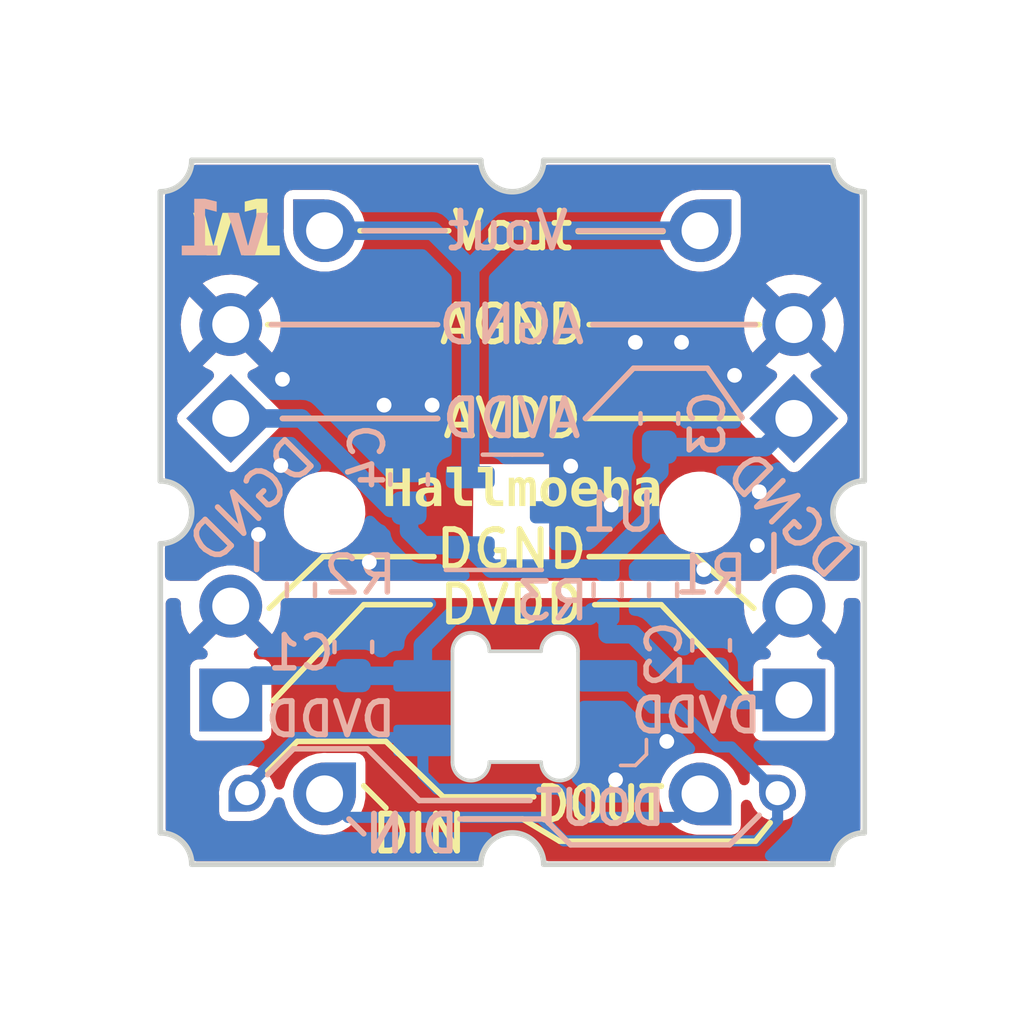
<source format=kicad_pcb>
(kicad_pcb (version 20221018) (generator pcbnew)
  (title_block (title "Hallmoeba") (comment 3 "Licensed under CERN-OHL-S v2 or later") (comment 4 "Copyright 2023 gamaPhy"))
  (layers (0 "F.Cu" power) (31 "B.Cu" mixed) (34 "B.Paste" user) (35 "F.Paste" user) (36 "B.SilkS" user "B.Silkscreen") (37 "F.SilkS" user "F.Silkscreen") (38 "B.Mask" user) (39 "F.Mask" user) (44 "Edge.Cuts" user))
  (net 0 "")
  (net 1 "GNDA")
  (net 2 "VDDA")
  (net 3 "GNDD")
  (net 4 "VDD")
  (net 5 "LED_IN")
  (net 6 "LED_OUT")
  (net 7 "Vout")
  (footprint "Button_Switch_Keyboard:SW_Lekker_MX_1.00u_PCB" (layer "F.Cu") (at 109.22 101.6 180)
    (fp_text reference "SW" hide)
    (fp_text value "SW_Lekker_MX_1.00u_PCB")
    (pad "" np_thru_hole circle (at -5.08 0 180) (size 1.7 1.7) (drill 1.7) (layers "*.Cu" "*.Mask"))
    (pad "" np_thru_hole circle (at 5.08 0 180) (size 1.7 1.7) (drill 1.7) (layers "*.Cu" "*.Mask"))
  )
  (footprint "Resistor_SMD:R_0402_1005Metric_Pad0.72x0.64mm_HandSolder" (layer "B.Cu") (at 103.5 103.7 90)
    (fp_text reference "R2" (at 0.4 1.6) (layer "B.SilkS") (effects (justify mirror)))
    (fp_text value "R")
    (fp_line (start -0.167621 -0.38) (end 0.167621 -0.38) (stroke (width 0.12)) (layer "B.SilkS"))
    (fp_line (start -0.167621 0.38) (end 0.167621 0.38) (stroke (width 0.12)) (layer "B.SilkS"))
    (pad "1" smd roundrect (at -0.5975 0 90) (size 0.715 0.64) (layers "B.Cu" "B.Paste" "B.Mask") (net 3 "GNDD"))
    (pad "2" smd roundrect (at 0.5975 0 90) (size 0.715 0.64) (layers "B.Cu" "B.Paste" "B.Mask") (net 1 "GNDA"))
  )
  (footprint "Connector_PinHeader_2.54mm:PinHeader_1x01_P2.54mm_Vertical" (layer "B.Cu") (at 114.3 93.98 90)
    (fp_text reference "J9" hide)
    (fp_text value "Conn_01x01_Pin")
    (pad "1" thru_hole custom (at 0 0 90) (size 1.7 1.7) (drill 1) (layers "*.Cu" "*.Mask") (net 7 "Vout") (options (clearance outline) (anchor circle)) (primitives (gr_poly (pts (xy 0.85 0) (xy 0 0.85) (xy 0.85 0.85)) (width 0) (fill yes))))
  )
  (footprint "Connector_PinHeader_2.54mm:PinHeader_1x01_P2.54mm_Vertical" (layer "B.Cu") (at 116.84 99.06 180)
    (fp_text reference "J6" hide)
    (fp_text value "Conn_01x01_Pin")
    (pad "1" thru_hole rect (at 0 0 135) (size 1.7 1.7) (drill 1) (layers "*.Cu" "*.Mask") (net 2 "VDDA"))
  )
  (footprint "Connector_PinHeader_2.54mm:PinHeader_1x01_P2.54mm_Vertical" (layer "B.Cu") (at 101.6 106.68 180)
    (fp_text reference "J2" hide)
    (fp_text value "Conn_01x01_Pin")
    (pad "1" thru_hole rect (at 0 0 180) (size 1.7 1.7) (drill 1) (layers "*.Cu" "*.Mask") (net 4 "VDD"))
  )
  (footprint "Resistor_SMD:R_0402_1005Metric_Pad0.72x0.64mm_HandSolder" (layer "B.Cu") (at 113.3 103.7 90)
    (fp_text reference "R1" (at 0.4 1.3) (layer "B.SilkS") (effects (justify mirror)))
    (fp_text value "R")
    (fp_line (start -0.167621 -0.38) (end 0.167621 -0.38) (stroke (width 0.12)) (layer "B.SilkS"))
    (fp_line (start -0.167621 0.38) (end 0.167621 0.38) (stroke (width 0.12)) (layer "B.SilkS"))
    (pad "1" smd roundrect (at -0.5975 0 90) (size 0.715 0.64) (layers "B.Cu" "B.Paste" "B.Mask") (net 3 "GNDD"))
    (pad "2" smd roundrect (at 0.5975 0 90) (size 0.715 0.64) (layers "B.Cu" "B.Paste" "B.Mask") (net 1 "GNDA"))
  )
  (footprint "Resistor_SMD:R_0402_1005Metric_Pad0.72x0.64mm_HandSolder" (layer "B.Cu") (at 111.8 103.7 90)
    (fp_text reference "R3" (at -0.3 -1.5) (layer "B.SilkS") (effects (justify mirror)))
    (fp_text value "R")
    (fp_line (start -0.167621 -0.38) (end 0.167621 -0.38) (stroke (width 0.12)) (layer "B.SilkS"))
    (fp_line (start -0.167621 0.38) (end 0.167621 0.38) (stroke (width 0.12)) (layer "B.SilkS"))
    (pad "1" smd roundrect (at -0.5975 0 90) (size 0.715 0.64) (layers "B.Cu" "B.Paste" "B.Mask") (net 4 "VDD"))
    (pad "2" smd roundrect (at 0.5975 0 90) (size 0.715 0.64) (layers "B.Cu" "B.Paste" "B.Mask") (net 2 "VDDA"))
  )
  (footprint "Connector_PinHeader_2.54mm:PinHeader_1x01_P2.54mm_Vertical" (layer "B.Cu") (at 101.6 104.14 180)
    (fp_text reference "J8" hide)
    (fp_text value "Conn_01x01_Pin")
    (pad "1" thru_hole circle (at 0 0 180) (size 1.7 1.7) (drill 1) (layers "*.Cu" "*.Mask") (net 3 "GNDD"))
  )
  (footprint "Connector_PinHeader_2.54mm:PinHeader_1x01_P2.54mm_Vertical" (layer "B.Cu") (at 114.3 109.22 180)
    (fp_text reference "J12" hide)
    (fp_text value "Conn_01x01_Pin")
    (pad "1" thru_hole custom (at 0 0 180) (size 1.7 1.7) (drill 1) (layers "*.Cu" "*.Mask") (net 6 "LED_OUT") (options (clearance outline) (anchor circle)) (primitives (gr_poly (pts (xy -0.85 0) (xy 0 -0.85) (xy -0.85 -0.85)) (width 0) (fill yes))))
  )
  (footprint "Capacitor_SMD:C_0603_1608Metric" (layer "B.Cu") (at 113.2 99.06 -90)
    (fp_text reference "C3" (at 0.14 -1.3 90) (layer "B.SilkS") (effects (font (size 0.9 0.9)) (justify mirror)))
    (fp_text value "10u")
    (fp_line (start -0.14058 -0.51) (end 0.14058 -0.51) (stroke (width 0.12)) (layer "B.SilkS"))
    (fp_line (start -0.14058 0.51) (end 0.14058 0.51) (stroke (width 0.12)) (layer "B.SilkS"))
    (pad "1" smd roundrect (at -0.775 0 270) (size 0.9 0.95) (layers "B.Cu" "B.Paste" "B.Mask") (net 1 "GNDA"))
    (pad "2" smd roundrect (at 0.775 0 270) (size 0.9 0.95) (layers "B.Cu" "B.Paste" "B.Mask") (net 2 "VDDA"))
  )
  (footprint "Connector_PinHeader_2.54mm:PinHeader_1x01_P2.54mm_Vertical" (layer "B.Cu") (at 101.6 96.52 180)
    (fp_text reference "J3" hide)
    (fp_text value "Conn_01x01_Pin")
    (pad "1" thru_hole circle (at 0 0 180) (size 1.7 1.7) (drill 1) (layers "*.Cu" "*.Mask") (net 1 "GNDA"))
  )
  (footprint "Connector_PinHeader_2.54mm:PinHeader_1x01_P2.54mm_Vertical" (layer "B.Cu") (at 101.6 99.06 180)
    (fp_text reference "J5" hide)
    (fp_text value "Conn_01x01_Pin")
    (pad "1" thru_hole rect (at 0 0 135) (size 1.7 1.7) (drill 1) (layers "*.Cu" "*.Mask") (net 2 "VDDA"))
  )
  (footprint "Connector_PinHeader_2.54mm:PinHeader_1x01_P2.54mm_Vertical" (layer "B.Cu") (at 116.84 106.68 180)
    (fp_text reference "J1" hide)
    (fp_text value "Conn_01x01_Pin")
    (pad "1" thru_hole rect (at 0 0 180) (size 1.7 1.7) (drill 1) (layers "*.Cu" "*.Mask") (net 4 "VDD"))
  )
  (footprint "prettylib:SK6812MINI_E" (layer "B.Cu") (at 109.3 106.9)
    (fp_text reference "D1" hide)
    (fp_text value "SK6812MINI-E")
    (fp_line (start 3.25 1.55) (end 2.85 1.55) (stroke (width 0.1)) (layer "B.SilkS"))
    (fp_line (start 3.25 1.55) (end 3.55 1.25) (stroke (width 0.1)) (layer "B.SilkS"))
    (fp_line (start 3.55 1.25) (end 3.55 0.85) (stroke (width 0.1)) (layer "B.SilkS"))
    (fp_line (start -1.7 1.46) (end -1.7 -1.54) (stroke (width 0.1)) (layer "Edge.Cuts"))
    (fp_line (start -0.7 -1.54) (end 0.7 -1.54) (stroke (width 0.1)) (layer "Edge.Cuts"))
    (fp_line (start -0.7 1.46) (end 0.7 1.46) (stroke (width 0.1)) (layer "Edge.Cuts"))
    (fp_line (start 1.7 -1.54) (end 1.7 1.46) (stroke (width 0.1)) (layer "Edge.Cuts"))
    (fp_arc (start -1.7 -1.54) (mid -1.2 -2.04) (end -0.7 -1.54) (stroke (width 0.1)) (layer "Edge.Cuts"))
    (fp_arc (start -0.7 1.46) (mid -1.2 1.96) (end -1.7 1.46) (stroke (width 0.1)) (layer "Edge.Cuts"))
    (fp_arc (start 0.7 -1.54) (mid 1.2 -2.04) (end 1.7 -1.54) (stroke (width 0.1)) (layer "Edge.Cuts"))
    (fp_arc (start 1.7 1.46) (mid 1.2 1.96) (end 0.7 1.46) (stroke (width 0.1)) (layer "Edge.Cuts"))
    (pad "1" smd roundrect (at -2.5 -0.875) (size 1.6 0.85) (layers "B.Cu" "B.Paste" "B.Mask") (roundrect_rratio 0.1176470588) (net 4 "VDD"))
    (pad "2" smd roundrect (at -2.5 0.875 180) (size 1.6 0.85) (layers "B.Cu" "B.Paste" "B.Mask") (roundrect_rratio 0.1176470588) (net 6 "LED_OUT"))
    (pad "3" smd roundrect (at 2.5 0.875 180) (size 1.6 0.85) (layers "B.Cu" "B.Paste" "B.Mask") (roundrect_rratio 0.1176470588) (net 3 "GNDD"))
    (pad "4" smd roundrect (at 2.5 -0.875) (size 1.6 0.85) (layers "B.Cu" "B.Paste" "B.Mask") (roundrect_rratio 0.1176470588) (net 5 "LED_IN"))
  )
  (footprint "Package_TO_SOT_SMD:SOT-23-3" (layer "B.Cu") (at 109.22 101.6)
    (fp_text reference "U1" (at 2.88 0) (layer "B.SilkS") (effects (justify mirror)))
    (fp_text value "SLSS49E")
    (fp_line (start 0 -1.56) (end -0.8 -1.56) (stroke (width 0.12)) (layer "B.SilkS"))
    (fp_line (start 0 -1.56) (end 0.8 -1.56) (stroke (width 0.12)) (layer "B.SilkS"))
    (fp_line (start 0 1.56) (end -1.8 1.56) (stroke (width 0.12)) (layer "B.SilkS"))
    (fp_line (start 0 1.56) (end 0.8 1.56) (stroke (width 0.12)) (layer "B.SilkS"))
    (pad "1" smd roundrect (at -1.1375 0.95) (size 1.325 0.6) (layers "B.Cu" "B.Paste" "B.Mask") (net 2 "VDDA"))
    (pad "2" smd roundrect (at -1.1375 -0.95) (size 1.325 0.6) (layers "B.Cu" "B.Paste" "B.Mask") (net 7 "Vout"))
    (pad "3" smd roundrect (at 1.1375 0) (size 1.325 0.6) (layers "B.Cu" "B.Paste" "B.Mask") (net 1 "GNDA"))
  )
  (footprint "Connector_PinHeader_2.54mm:PinHeader_1x01_P2.54mm_Vertical" (layer "B.Cu") (at 104.14 93.98 180)
    (fp_text reference "J10" hide)
    (fp_text value "Conn_01x01_Pin")
    (pad "1" thru_hole custom (at 0 0 180) (size 1.7 1.7) (drill 1) (layers "*.Cu" "*.Mask") (net 7 "Vout") (options (clearance outline) (anchor circle)) (primitives (gr_poly (pts (xy 0.85 0) (xy 0 0.85) (xy 0.85 0.85)) (width 0) (fill yes))))
  )
  (footprint "Connector_PinHeader_2.54mm:PinHeader_1x01_P2.54mm_Vertical" (layer "B.Cu") (at 116.84 104.14 180)
    (fp_text reference "J7" hide)
    (fp_text value "Conn_01x01_Pin")
    (pad "1" thru_hole circle (at 0 0 180) (size 1.7 1.7) (drill 1) (layers "*.Cu" "*.Mask") (net 3 "GNDD"))
  )
  (footprint "Connector_PinHeader_2.54mm:PinHeader_1x01_P2.54mm_Vertical" (layer "B.Cu") (at 104.14 109.22 90)
    (fp_text reference "J14" hide)
    (fp_text value "Conn_01x01_Pin")
    (pad "1" thru_hole custom (at 0 0 90) (size 1.7 1.7) (drill 1) (layers "*.Cu" "*.Mask") (net 5 "LED_IN") (options (clearance outline) (anchor circle)) (primitives (gr_poly (pts (xy 0.85 0) (xy 0 0.85) (xy 0.85 0.85)) (width 0) (fill yes))))
  )
  (footprint "Connector_PinHeader_1.27mm:PinHeader_1x01_P1.27mm_Vertical" (layer "B.Cu") (at 102.04 109.2 180)
    (fp_text reference "J11" hide)
    (fp_text value "Conn_01x01_Pin")
    (pad "1" thru_hole custom (at 0 0 180) (size 1 1) (drill 0.65) (layers "*.Cu" "*.Mask") (net 6 "LED_OUT") (options (clearance outline) (anchor circle)) (primitives (gr_poly (pts (xy 0.5 0) (xy 0 -0.5) (xy 0.5 -0.5)) (width 0) (fill yes))))
  )
  (footprint "Capacitor_SMD:C_0603_1608Metric" (layer "B.Cu") (at 114.6 105.2 -90)
    (fp_text reference "C2" (at 0.239805 1.268126 90) (layer "B.SilkS") (effects (font (size 0.9 0.9)) (justify mirror)))
    (fp_text value "10u")
    (fp_line (start -0.14058 -0.51) (end 0.14058 -0.51) (stroke (width 0.12)) (layer "B.SilkS"))
    (fp_line (start -0.14058 0.51) (end 0.14058 0.51) (stroke (width 0.12)) (layer "B.SilkS"))
    (pad "1" smd roundrect (at -0.775 0 270) (size 0.9 0.95) (layers "B.Cu" "B.Paste" "B.Mask") (net 3 "GNDD"))
    (pad "2" smd roundrect (at 0.775 0 270) (size 0.9 0.95) (layers "B.Cu" "B.Paste" "B.Mask") (net 4 "VDD"))
  )
  (footprint "Capacitor_SMD:C_0603_1608Metric" (layer "B.Cu") (at 106.426 100.711 -90)
    (fp_text reference "C4" (at -0.611 1.126 90) (layer "B.SilkS") (effects (font (size 0.9 0.9)) (justify mirror)))
    (fp_text value "100n")
    (fp_line (start -0.14058 -0.51) (end 0.14058 -0.51) (stroke (width 0.12)) (layer "B.SilkS"))
    (fp_line (start -0.14058 0.51) (end 0.14058 0.51) (stroke (width 0.12)) (layer "B.SilkS"))
    (pad "1" smd roundrect (at -0.775 0 270) (size 0.9 0.95) (layers "B.Cu" "B.Paste" "B.Mask") (net 1 "GNDA"))
    (pad "2" smd roundrect (at 0.775 0 270) (size 0.9 0.95) (layers "B.Cu" "B.Paste" "B.Mask") (net 2 "VDDA"))
  )
  (footprint "Capacitor_SMD:C_0603_1608Metric" (layer "B.Cu") (at 104.917511 105.243635 -90)
    (fp_text reference "C1" (at 0.156365 1.417511 180) (layer "B.SilkS") (effects (font (size 0.9 0.9)) (justify mirror)))
    (fp_text value "100n")
    (fp_line (start -0.14058 -0.51) (end 0.14058 -0.51) (stroke (width 0.12)) (layer "B.SilkS"))
    (fp_line (start -0.14058 0.51) (end 0.14058 0.51) (stroke (width 0.12)) (layer "B.SilkS"))
    (pad "1" smd roundrect (at -0.775 0 270) (size 0.9 0.95) (layers "B.Cu" "B.Paste" "B.Mask") (net 3 "GNDD"))
    (pad "2" smd roundrect (at 0.775 0 270) (size 0.9 0.95) (layers "B.Cu" "B.Paste" "B.Mask") (net 4 "VDD"))
  )
  (footprint "Connector_PinHeader_1.27mm:PinHeader_1x01_P1.27mm_Vertical" (layer "B.Cu") (at 116.4 109.2 180)
    (fp_text reference "J13" hide)
    (fp_text value "Conn_01x01_Pin")
    (pad "1" thru_hole custom (at 0 0 180) (size 1 1) (drill 0.65) (layers "*.Cu" "*.Mask") (net 5 "LED_IN") (options (clearance outline) (anchor circle)) (primitives (gr_poly (pts (xy 0.5 0) (xy 0 0.5) (xy 0.5 0.5)) (width 0) (fill yes))))
  )
  (footprint "Connector_PinHeader_2.54mm:PinHeader_1x01_P2.54mm_Vertical" (layer "B.Cu") (at 116.84 96.52 180)
    (fp_text reference "J4" hide)
    (fp_text value "Conn_01x01_Pin")
    (pad "1" thru_hole circle (at 0 0 180) (size 1.7 1.7) (drill 1) (layers "*.Cu" "*.Mask") (net 1 "GNDA"))
  )
  (gr_line (start 105.2 93.98) (end 107.4 93.98) (stroke (width 0.15)) (layer "B.SilkS"))
  (gr_line (start 115.1 110.6) (end 115.9 109.8) (stroke (width 0.15)) (layer "B.SilkS"))
  (gr_line (start 110.1 109.9) (end 110.8 110.6) (stroke (width 0.15)) (layer "B.SilkS"))
  (gr_line (start 112.5 97.7) (end 114.5 97.7) (stroke (width 0.15)) (layer "B.SilkS"))
  (gr_line (start 111.4 96.52) (end 115.8 96.52) (stroke (width 0.15)) (layer "B.SilkS"))
  (gr_line (start 106.7 109.4) (end 105.3 108) (stroke (width 0.15)) (layer "B.SilkS"))
  (gr_line (start 107.2 99.06) (end 103 99.06) (stroke (width 0.15)) (layer "B.SilkS"))
  (gr_line (start 105.2 110.3) (end 104.8 109.9) (stroke (width 0.15)) (layer "B.SilkS"))
  (gr_line (start 110.8 110.6) (end 115.1 110.6) (stroke (width 0.15)) (layer "B.SilkS"))
  (gr_line (start 116.3 103.2) (end 116.3 102.2) (stroke (width 0.15)) (layer "B.SilkS"))
  (gr_line (start 107.2 96.52) (end 102.7 96.52) (stroke (width 0.15)) (layer "B.SilkS"))
  (gr_line (start 103.3 108) (end 102.6 108.7) (stroke (width 0.15)) (layer "B.SilkS"))
  (gr_line (start 105.3 108) (end 103.3 108) (stroke (width 0.15)) (layer "B.SilkS"))
  (gr_line (start 102.3 103.15) (end 102.3 102.25) (stroke (width 0.15)) (layer "B.SilkS"))
  (gr_line (start 114.5 97.7) (end 115.4375 99.0375) (stroke (width 0.15)) (layer "B.SilkS"))
  (gr_line (start 109.7 109.4) (end 106.7 109.4) (stroke (width 0.15)) (layer "B.SilkS"))
  (gr_line (start 107.8 109.9) (end 110.1 109.9) (stroke (width 0.15)) (layer "B.SilkS"))
  (gr_line (start 111.2 99.06) (end 112.5 97.7) (stroke (width 0.15)) (layer "B.SilkS"))
  (gr_line (start 113.3 93.98) (end 111 93.98) (stroke (width 0.15)) (layer "B.SilkS"))
  (gr_line (start 115.4 99.06) (end 111.2 99.06) (stroke (width 0.15)) (layer "F.SilkS"))
  (gr_line (start 107.2 99.06) (end 103 99.06) (stroke (width 0.15)) (layer "F.SilkS"))
  (gr_line (start 109.5 109.9) (end 110.5 110.5) (stroke (width 0.15)) (layer "F.SilkS"))
  (gr_line (start 107.1 102.8) (end 104.1 102.8) (stroke (width 0.15)) (layer "F.SilkS"))
  (gr_line (start 110.5 110.5) (end 115.8 110.5) (stroke (width 0.15)) (layer "F.SilkS"))
  (gr_line (start 115.8 110.5) (end 116.2 110) (stroke (width 0.15)) (layer "F.SilkS"))
  (gr_line (start 105.2 104.1) (end 102.75 106.7) (stroke (width 0.15)) (layer "F.SilkS"))
  (gr_line (start 113.25 104.1) (end 115.7 106.7) (stroke (width 0.15)) (layer "F.SilkS"))
  (gr_line (start 114.2 102.8) (end 115.757424 104.196916) (stroke (width 0.15)) (layer "F.SilkS"))
  (gr_line (start 109.5 109.9) (end 107.9 109.9) (stroke (width 0.15)) (layer "F.SilkS"))
  (gr_line (start 107.1 96.52) (end 102.6 96.52) (stroke (width 0.15)) (layer "F.SilkS"))
  (gr_line (start 107.5 93.98) (end 105.1 93.98) (stroke (width 0.15)) (layer "F.SilkS"))
  (gr_line (start 107.35 109.3) (end 105.8 107.8) (stroke (width 0.15)) (layer "F.SilkS"))
  (gr_line (start 103.4 107.8) (end 102.6 108.6) (stroke (width 0.15)) (layer "F.SilkS"))
  (gr_line (start 105.2 104.1) (end 107 104.1) (stroke (width 0.15)) (layer "F.SilkS"))
  (gr_line (start 107.35 109.3) (end 109.8 109.3) (stroke (width 0.15)) (layer "F.SilkS"))
  (gr_line (start 111.45 104.1) (end 113.25 104.1) (stroke (width 0.15)) (layer "F.SilkS"))
  (gr_line (start 105.8 109.6) (end 105.2 109) (stroke (width 0.15)) (layer "F.SilkS"))
  (gr_line (start 111 94) (end 113.3 94) (stroke (width 0.15)) (layer "F.SilkS"))
  (gr_line (start 105.8 107.8) (end 103.4 107.8) (stroke (width 0.15)) (layer "F.SilkS"))
  (gr_line (start 104.1 102.8) (end 102.642576 104.196916) (stroke (width 0.15)) (layer "F.SilkS"))
  (gr_line (start 111.3 96.52) (end 115.9 96.52) (stroke (width 0.15)) (layer "F.SilkS"))
  (gr_line (start 111.3 102.8) (end 114.2 102.8) (stroke (width 0.15)) (layer "F.SilkS"))
  (gr_arc (start 110.07 92.075) (mid 109.22 92.925) (end 108.37 92.075) (stroke (width 0.15)) (layer "Edge.Cuts"))
  (gr_line (start 110.07 92.075) (end 117.895 92.075) (stroke (width 0.15)) (layer "Edge.Cuts"))
  (gr_arc (start 100.545 92.075) (mid 100.296041 92.676041) (end 99.695 92.925) (stroke (width 0.15)) (layer "Edge.Cuts"))
  (gr_arc (start 117.895 111.125) (mid 118.143959 110.523959) (end 118.745 110.275) (stroke (width 0.15)) (layer "Edge.Cuts"))
  (gr_arc (start 118.745 102.45) (mid 117.895 101.6) (end 118.745 100.75) (stroke (width 0.15)) (layer "Edge.Cuts"))
  (gr_line (start 100.545 92.075) (end 108.37 92.075) (stroke (width 0.15)) (layer "Edge.Cuts"))
  (gr_line (start 99.695 92.925) (end 99.695 100.75) (stroke (width 0.15)) (layer "Edge.Cuts"))
  (gr_line (start 108.37 111.125) (end 100.545 111.125) (stroke (width 0.15)) (layer "Edge.Cuts"))
  (gr_line (start 118.745 102.45) (end 118.745 110.275) (stroke (width 0.15)) (layer "Edge.Cuts"))
  (gr_line (start 118.745 92.925) (end 118.745 100.75) (stroke (width 0.15)) (layer "Edge.Cuts"))
  (gr_line (start 99.695 102.45) (end 99.695 110.275) (stroke (width 0.15)) (layer "Edge.Cuts"))
  (gr_arc (start 99.695 100.75) (mid 100.545 101.6) (end 99.695 102.45) (stroke (width 0.15)) (layer "Edge.Cuts"))
  (gr_line (start 117.895 111.125) (end 110.07 111.125) (stroke (width 0.15)) (layer "Edge.Cuts"))
  (gr_arc (start 108.37 111.125) (mid 109.22 110.275) (end 110.07 111.125) (stroke (width 0.15)) (layer "Edge.Cuts"))
  (gr_arc (start 99.695 110.275) (mid 100.296041 110.523959) (end 100.545 111.125) (stroke (width 0.15)) (layer "Edge.Cuts"))
  (gr_arc (start 118.745 92.925) (mid 118.143959 92.676041) (end 117.895 92.075) (stroke (width 0.15)) (layer "Edge.Cuts"))
  (gr_text "v1" (at 102.7 94.9) (layer "B.SilkS") (effects (font (size 1.5 1.5) (thickness 0.3) bold) (justify left bottom mirror)))
  (gr_text "DVDD" (at 114.2 107.1) (layer "B.SilkS") (effects (font (size 0.9 0.9) (thickness 0.16)) (justify mirror)))
  (gr_text "AGND\n" (at 109.2 96.52) (layer "B.SilkS") (effects (font (size 1 1) (thickness 0.16)) (justify mirror)))
  (gr_text "Vout" (at 109.1 93.98) (layer "B.SilkS") (effects (font (size 1 1) (thickness 0.16)) (justify mirror)))
  (gr_text "DOUT" (at 111.6 109.6) (layer "B.SilkS") (effects (font (size 0.9 0.9) (thickness 0.16)) (justify mirror)))
  (gr_text "DIN" (at 106.5 110.3) (layer "B.SilkS") (effects (font (size 1 1) (thickness 0.16)) (justify mirror)))
  (gr_text "DGND\n" (at 117.8 103.6 315) (layer "B.SilkS") (effects (font (size 1 1)) (justify left bottom mirror)))
  (gr_text "AVDD\n" (at 109.2 99.06) (layer "B.SilkS") (effects (font (size 1 1) (thickness 0.16)) (justify mirror)))
  (gr_text "DGND\n" (at 104.1 100.2 45) (layer "B.SilkS") (effects (font (size 1 1)) (justify left bottom mirror)))
  (gr_text "DVDD" (at 104.3 107.2) (layer "B.SilkS") (effects (font (size 0.9 0.9) (thickness 0.16)) (justify mirror)))
  (gr_text "AGND" (at 109.22 96.52) (layer "F.SilkS") (effects (font (size 1 1) (thickness 0.16))))
  (gr_text "DVDD" (at 109.2 104.1) (layer "F.SilkS") (effects (font (size 1 1) (thickness 0.16))))
  (gr_text "DGND\n" (at 109.2 102.6) (layer "F.SilkS") (effects (font (size 1 1) (thickness 0.16))))
  (gr_text "Hallmoeba" (at 105.7 101.6) (layer "F.SilkS") (effects (font (size 1 1) (thickness 0.25) bold) (justify left bottom)))
  (gr_text "v1" (at 100.5 94.9) (layer "F.SilkS") (effects (font (size 1.5 1.5) (thickness 0.25) bold) (justify left bottom)))
  (gr_text "DOUT" (at 111.6 109.5) (layer "F.SilkS") (effects (font (size 0.9 0.9) (thickness 0.16))))
  (gr_text "DIN" (at 106.7 110.3) (layer "F.SilkS") (effects (font (size 1 1) (thickness 0.16))))
  (gr_text "Vout" (at 109.22 93.98) (layer "F.SilkS") (effects (font (size 1 1) (thickness 0.16))))
  (gr_text "AVDD\n" (at 109.22 99.06) (layer "F.SilkS") (effects (font (size 1 1) (thickness 0.16))))
  (via (at 102.955369 100.333902) (size 0.8) (drill 0.4) (layers "F.Cu" "B.Cu") (net 1))
  (via (at 115.234759 97.893346) (size 0.8) (drill 0.4) (layers "F.Cu" "B.Cu") (net 1))
  (via (at 112.55 97) (size 0.8) (drill 0.4) (layers "F.Cu" "B.Cu") (net 1))
  (via (at 114.4 103.15) (size 0.8) (drill 0.4) (layers "F.Cu" "B.Cu") (net 1))
  (via (at 105.35 102.95) (size 0.8) (drill 0.4) (layers "F.Cu" "B.Cu") (net 1))
  (via (at 102.35 102.2) (size 0.8) (drill 0.4) (layers "F.Cu" "B.Cu") (net 1))
  (via (at 103 98) (size 0.8) (drill 0.4) (layers "F.Cu" "B.Cu") (net 1))
  (via (at 111.9 101.4) (size 0.8) (drill 0.4) (layers "F.Cu" "B.Cu") (net 1))
  (via (at 113.8 97) (size 0.8) (drill 0.4) (layers "F.Cu" "B.Cu") (net 1))
  (via (at 105.75 98.7) (size 0.8) (drill 0.4) (layers "F.Cu" "B.Cu") (net 1))
  (via (at 107.05 98.7) (size 0.8) (drill 0.4) (layers "F.Cu" "B.Cu") (net 1))
  (via (at 115.85 102.5) (size 0.8) (drill 0.4) (layers "F.Cu" "B.Cu") (net 1))
  (via (at 110.8 100.35) (size 0.8) (drill 0.4) (layers "F.Cu" "B.Cu") (net 1))
  (via (at 115.902356 101.045275) (size 0.8) (drill 0.4) (layers "F.Cu" "B.Cu") (net 1))
  (segment (start 113.2 100.5) (end 112.95 100.75) (width 0.5) (layer "B.Cu") (net 2))
  (segment (start 108.0825 102.55) (end 108.6565 103.124) (width 0.5) (layer "B.Cu") (net 2))
  (segment (start 105.935188 101.486) (end 106.426 101.486) (width 0.5) (layer "B.Cu") (net 2))
  (segment (start 106.426 102.108) (end 106.807 102.489) (width 0.5) (layer "B.Cu") (net 2))
  (segment (start 106.807 102.489) (end 108.0215 102.489) (width 0.5) (layer "B.Cu") (net 2))
  (segment (start 108.0215 102.489) (end 108.0825 102.55) (width 0.5) (layer "B.Cu") (net 2))
  (segment (start 106.426 101.486) (end 106.426 102.108) (width 0.5) (layer "B.Cu") (net 2))
  (segment (start 103.509188 99.06) (end 105.935188 101.486) (width 0.5) (layer "B.Cu") (net 2))
  (segment (start 113.2 99.835) (end 113.2 100.5) (width 0.5) (layer "B.Cu") (net 2))
  (segment (start 116.065 99.835) (end 116.84 99.06) (width 0.5) (layer "B.Cu") (net 2))
  (segment (start 111.8 102.9) (end 111.8 103.1025) (width 0.5) (layer "B.Cu") (net 2))
  (segment (start 113.2 99.835) (end 116.065 99.835) (width 0.5) (layer "B.Cu") (net 2))
  (segment (start 108.6565 103.124) (end 111.7785 103.124) (width 0.5) (layer "B.Cu") (net 2))
  (segment (start 112.95 100.75) (end 112.95 101.75) (width 0.5) (layer "B.Cu") (net 2))
  (segment (start 101.6 99.06) (end 103.509188 99.06) (width 0.5) (layer "B.Cu") (net 2))
  (segment (start 112.95 101.75) (end 111.8 102.9) (width 0.5) (layer "B.Cu") (net 2))
  (segment (start 111.7785 103.124) (end 111.8 103.1025) (width 0.5) (layer "B.Cu") (net 2))
  (via (at 113.4 107.8) (size 0.8) (drill 0.4) (layers "F.Cu" "B.Cu") (net 3))
  (via (at 112.014 108.839) (size 0.8) (drill 0.4) (layers "F.Cu" "B.Cu") (net 3))
  (segment (start 111.8 104.2975) (end 111.4025 104.2975) (width 0.5) (layer "B.Cu") (net 4))
  (segment (start 104.917511 106.018635) (end 102.261365 106.018635) (width 0.5) (layer "B.Cu") (net 4))
  (segment (start 113.552817 105.975) (end 114.6 105.975) (width 0.5) (layer "B.Cu") (net 4))
  (segment (start 111.4025 104.2975) (end 111.3 104.4) (width 0.5) (layer "B.Cu") (net 4))
  (segment (start 104.923876 106.025) (end 104.917511 106.018635) (width 0.5) (layer "B.Cu") (net 4))
  (segment (start 115.186 106.68) (end 114.681 106.175) (width 0.5) (layer "B.Cu") (net 4))
  (segment (start 111.8 104.9) (end 112.477817 104.9) (width 0.5) (layer "B.Cu") (net 4))
  (segment (start 106.8 106.025) (end 106.8 105.2) (width 0.5) (layer "B.Cu") (net 4))
  (segment (start 111.8 104.2975) (end 111.8 104.9) (width 0.5) (layer "B.Cu") (net 4))
  (segment (start 102.261365 106.018635) (end 101.6 106.68) (width 0.5) (layer "B.Cu") (net 4))
  (segment (start 107.6 104.4) (end 111.3 104.4) (width 0.5) (layer "B.Cu") (net 4))
  (segment (start 106.8 105.2) (end 107.6 104.4) (width 0.5) (layer "B.Cu") (net 4))
  (segment (start 106.8 106.025) (end 104.923876 106.025) (width 0.5) (layer "B.Cu") (net 4))
  (segment (start 116.84 106.68) (end 115.186 106.68) (width 0.5) (layer "B.Cu") (net 4))
  (segment (start 112.477817 104.9) (end 113.552817 105.975) (width 0.5) (layer "B.Cu") (net 4))
  (segment (start 113.7 106.9) (end 113 106.9) (width 0.3) (layer "B.Cu") (net 5))
  (segment (start 116.4 109.2) (end 115.15 107.95) (width 0.3) (layer "B.Cu") (net 5))
  (segment (start 110.617 110.49) (end 115.824 110.49) (width 0.3) (layer "B.Cu") (net 5))
  (segment (start 104.14 109.22) (end 104.775 109.855) (width 0.3) (layer "B.Cu") (net 5))
  (segment (start 113 106.9) (end 112.125 106.025) (width 0.3) (layer "B.Cu") (net 5))
  (segment (start 114.75 107.95) (end 113.7 106.9) (width 0.3) (layer "B.Cu") (net 5))
  (segment (start 109.982 109.855) (end 110.617 110.49) (width 0.3) (layer "B.Cu") (net 5))
  (segment (start 115.15 107.95) (end 114.75 107.95) (width 0.3) (layer "B.Cu") (net 5))
  (segment (start 115.824 110.49) (end 116.4 109.914) (width 0.3) (layer "B.Cu") (net 5))
  (segment (start 104.775 109.855) (end 109.982 109.855) (width 0.3) (layer "B.Cu") (net 5))
  (segment (start 112.125 106.025) (end 111.8 106.025) (width 0.3) (layer "B.Cu") (net 5))
  (segment (start 116.4 109.914) (end 116.4 109.2) (width 0.3) (layer "B.Cu") (net 5))
  (segment (start 113.665 109.855) (end 114.3 109.22) (width 0.3) (layer "B.Cu") (net 6))
  (segment (start 111.252 109.855) (end 113.665 109.855) (width 0.3) (layer "B.Cu") (net 6))
  (segment (start 102.04 109.034) (end 103.378 107.696) (width 0.3) (layer "B.Cu") (net 6))
  (segment (start 106.8 107.775) (end 106.8 108.705) (width 0.3) (layer "B.Cu") (net 6))
  (segment (start 106.8 108.705) (end 107.188 109.093) (width 0.3) (layer "B.Cu") (net 6))
  (segment (start 107.188 109.093) (end 110.49 109.093) (width 0.3) (layer "B.Cu") (net 6))
  (segment (start 103.378 107.696) (end 106.721 107.696) (width 0.3) (layer "B.Cu") (net 6))
  (segment (start 102.04 109.2) (end 102.04 109.034) (width 0.3) (layer "B.Cu") (net 6))
  (segment (start 110.49 109.093) (end 111.252 109.855) (width 0.3) (layer "B.Cu") (net 6))
  (segment (start 106.721 107.696) (end 106.8 107.775) (width 0.3) (layer "B.Cu") (net 6))
  (segment (start 108.0825 95.0015) (end 107.061 93.98) (width 0.5) (layer "B.Cu") (net 7))
  (segment (start 108.0825 100.65) (end 108.0825 95.0015) (width 0.5) (layer "B.Cu") (net 7))
  (segment (start 109.093 93.98) (end 114.3 93.98) (width 0.5) (layer "B.Cu") (net 7))
  (segment (start 108.0825 95.0015) (end 108.0825 94.9905) (width 0.5) (layer "B.Cu") (net 7))
  (segment (start 108.0825 94.9905) (end 109.093 93.98) (width 0.5) (layer "B.Cu") (net 7))
  (segment (start 107.061 93.98) (end 104.14 93.98) (width 0.5) (layer "B.Cu") (net 7))
  (zone (net 0) (net_name "") (layers "F&B.Cu") (connect_pads (clearance 0)) (min_thickness 0.25)
    (keepout (tracks allowed) (vias not_allowed) (pads allowed) (copperpour not_allowed) (footprints allowed))
    (fill (thermal_gap 0.5) (thermal_bridge_width 0.5))
    (polygon (pts (xy 108.17 100.296567) (xy 108.145 102.946567) (xy 110.22 102.921567) (xy 110.22 100.296567)))
  )
  (zone (net 3) (net_name "GNDD") (layers "F&B.Cu") (priority 2) (connect_pads thru_hole_only (clearance 0.25)) (min_thickness 0.3) (fill yes (thermal_gap 0.5) (thermal_bridge_width 0.5))
    (polygon (pts (xy 99.84 103.920567) (xy 99.84 111.039567) (xy 118.64 111.039567) (xy 118.64 103.920567)))
  )
  (zone (net 1) (net_name "GNDA") (layers "F&B.Cu") (connect_pads thru_hole_only (clearance 0.25)) (min_thickness 0.3) (fill yes (thermal_gap 0.5) (thermal_bridge_width 0.5))
    (polygon (pts (xy 99.82 92.194567) (xy 118.62 92.194567) (xy 118.62 103.453567) (xy 99.82 103.453567)))
  )
)
</source>
